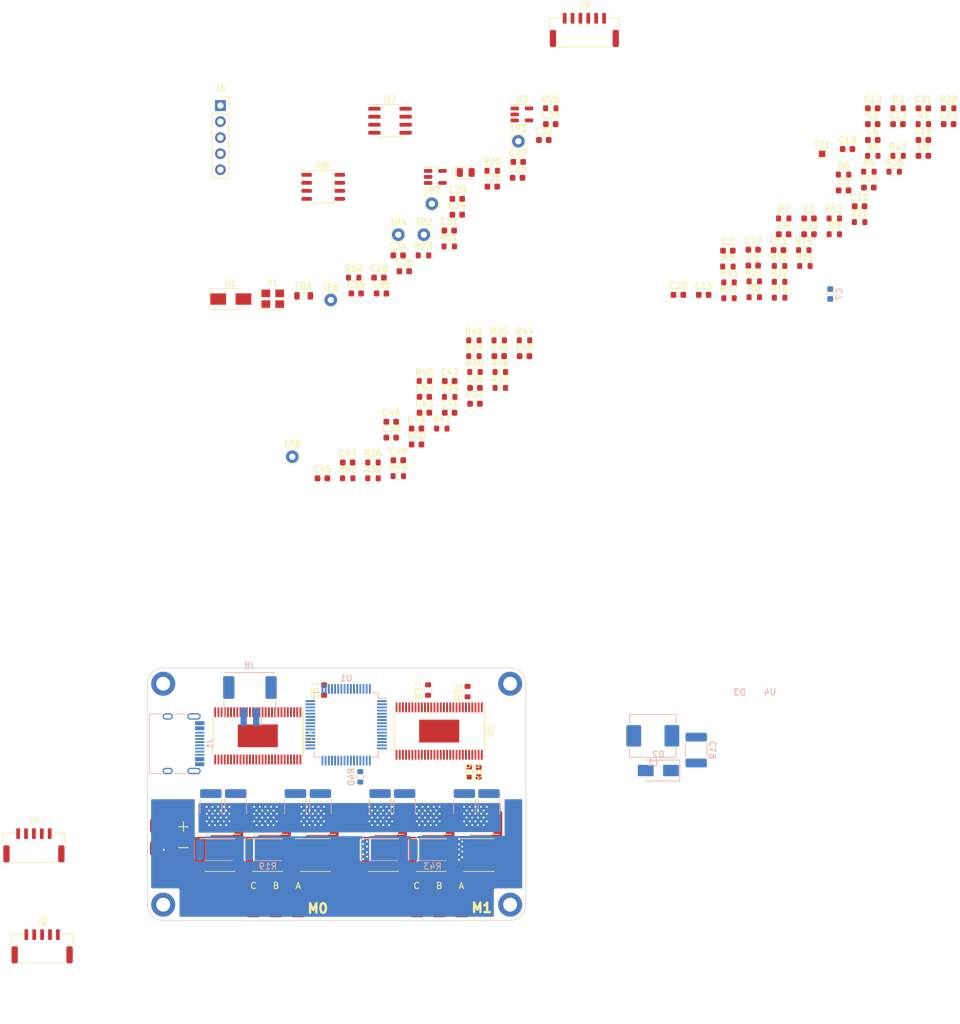
<source format=kicad_pcb>
(kicad_pcb (version 20211014) (generator pcbnew)
  (title_block (title "FOC") (comment 1 "设计规则：最小线宽/线隙 = 0.157/0.14") (comment 2 "最小孔径 = 0.508/0.31"))
  (layers (0 "F.Cu" signal) (1 "In1.Cu" mixed) (2 "In2.Cu" mixed) (31 "B.Cu" signal) (34 "B.Paste" user) (35 "F.Paste" user) (36 "B.SilkS" user "B.Silkscreen") (37 "F.SilkS" user "F.Silkscreen") (38 "B.Mask" user) (39 "F.Mask" user) (44 "Edge.Cuts" user))
  (net 0 "")
  (net 1 "Net-(C1-Pad1)")
  (net 2 "GND")
  (net 3 "/controller/SP1")
  (net 4 "/controller/SN1")
  (net 5 "/controller/SP2")
  (net 6 "/controller/SN2")
  (net 7 "Net-(C4-Pad2)")
  (net 8 "Net-(C5-Pad2)")
  (net 9 "Net-(C6-Pad2)")
  (net 10 "Net-(C7-Pad1)")
  (net 11 "/controller/SW_BST")
  (net 12 "Net-(C8-Pad1)")
  (net 13 "Net-(C8-Pad2)")
  (net 14 "M1_SO2")
  (net 15 "Net-(C10-Pad1)")
  (net 16 "Net-(C11-Pad1)")
  (net 17 "/controller/M1_SH_C")
  (net 18 "M1_SO1")
  (net 19 "GND1")
  (net 20 "VDC")
  (net 21 "Net-(C15-Pad1)")
  (net 22 "Net-(C17-Pad1)")
  (net 23 "/controller/M1_SH_B")
  (net 24 "Net-(C18-Pad1)")
  (net 25 "/controller/M1_SH_A")
  (net 26 "+5V")
  (net 27 "M1_TEMP")
  (net 28 "M1_ENC_Z")
  (net 29 "M1_ENC_B")
  (net 30 "M1_ENC_A")
  (net 31 "Net-(C24-Pad1)")
  (net 32 "Net-(C25-Pad1)")
  (net 33 "Net-(C26-Pad1)")
  (net 34 "Net-(C27-Pad1)")
  (net 35 "/MCU/nrst")
  (net 36 "/MCU/VBUS_S")
  (net 37 "+3.3VA")
  (net 38 "Net-(C34-Pad1)")
  (net 39 "+3V3")
  (net 40 "/motor2/SP1")
  (net 41 "/motor2/SN1")
  (net 42 "/motor2/SP2")
  (net 43 "/motor2/SN2")
  (net 44 "Net-(C38-Pad2)")
  (net 45 "Net-(C39-Pad2)")
  (net 46 "Net-(C40-Pad2)")
  (net 47 "Net-(C41-Pad1)")
  (net 48 "Net-(C41-Pad2)")
  (net 49 "M2_SO2")
  (net 50 "Net-(C43-Pad1)")
  (net 51 "/motor2/M1_SH_C")
  (net 52 "M2_SO1")
  (net 53 "Net-(C47-Pad1)")
  (net 54 "/motor2/M1_SH_B")
  (net 55 "Net-(C48-Pad1)")
  (net 56 "/motor2/M1_SH_A")
  (net 57 "M2_TEMP")
  (net 58 "M2_ENC_Z")
  (net 59 "M2_ENC_B")
  (net 60 "M2_ENC_A")
  (net 61 "Net-(D1-Pad1)")
  (net 62 "Net-(D3-Pad2)")
  (net 64 "Net-(J1-PadA6)")
  (net 65 "Net-(J1-PadA7)")
  (net 68 "Net-(J1-PadB6)")
  (net 69 "Net-(J1-PadB7)")
  (net 71 "+3.3V")
  (net 73 "/controller/A")
  (net 74 "/controller/B")
  (net 75 "/controller/C")
  (net 77 "/motor2/C")
  (net 78 "/motor2/B")
  (net 79 "/motor2/A")
  (net 80 "/MCU/SWCLK")
  (net 81 "/MCU/SWDIO")
  (net 82 "/MCU/CAN_H")
  (net 83 "/MCU/CAN_L")
  (net 84 "Net-(Q1-Pad2)")
  (net 85 "Net-(Q2-Pad2)")
  (net 86 "Net-(Q3-Pad2)")
  (net 87 "/controller/M1_SL_B")
  (net 88 "Net-(Q4-Pad2)")
  (net 89 "Net-(Q5-Pad2)")
  (net 90 "/controller/M1_SL_C")
  (net 91 "Net-(Q6-Pad2)")
  (net 92 "Net-(Q7-Pad2)")
  (net 93 "Net-(Q8-Pad2)")
  (net 94 "Net-(Q9-Pad2)")
  (net 95 "/motor2/M2_SL_B")
  (net 96 "Net-(Q10-Pad2)")
  (net 97 "Net-(Q11-Pad2)")
  (net 98 "/motor2/M2_SL_C")
  (net 99 "Net-(Q12-Pad2)")
  (net 100 "Net-(R1-Pad1)")
  (net 101 "Net-(R3-Pad2)")
  (net 102 "Net-(R4-Pad1)")
  (net 103 "Net-(R9-Pad1)")
  (net 104 "Net-(R10-Pad1)")
  (net 105 "/controller/M1_GH_A")
  (net 106 "/controller/M1_GL_A")
  (net 107 "/controller/M1_GH_B")
  (net 108 "/controller/M1_GL_B")
  (net 109 "/controller/M1_GH_C")
  (net 110 "/controller/M1_GL_C")
  (net 111 "Net-(R29-Pad1)")
  (net 112 "Net-(R34-Pad1)")
  (net 113 "Net-(R35-Pad1)")
  (net 114 "/motor2/M2_GH_A")
  (net 115 "/motor2/M2_GL_A")
  (net 116 "/motor2/M2_GH_B")
  (net 117 "/motor2/M2_GL_B")
  (net 118 "/motor2/M2_GH_C")
  (net 119 "/motor2/M2_GL_C")
  (net 120 "/MCU/USB_DM")
  (net 121 "/MCU/USB_DP")
  (net 122 "M1_CS")
  (net 123 "M2_CS")
  (net 129 "M2_AL")
  (net 131 "M2_BL")
  (net 132 "M2_CL")
  (net 134 "/MCU/RXD")
  (net 135 "/MCU/TXD")
  (net 136 "EN_GATE")
  (net 137 "M1_AL")
  (net 138 "M1_BL")
  (net 139 "M1_CL")
  (net 140 "M2_AH")
  (net 141 "M2_BH")
  (net 142 "M2_CH")
  (net 143 "M1_AH")
  (net 144 "M1_BH")
  (net 145 "M1_CH")
  (net 146 "/MCU/EXSPI_CS")
  (net 147 "SPI_SCK")
  (net 148 "SPI_MISO")
  (net 149 "SPI_MOSI")
  (net 150 "nFAULT")
  (net 152 "/MCU/CAN_R")
  (net 153 "/MCU/CAN_D")
  (net 165 "/motor2/M2_SH_C")
  (net 166 "/motor2/M2_SH_B")
  (net 167 "/motor2/M2_SH_A")
  (footprint "Capacitor_SMD:C_0603_1608Metric" (layer "F.Cu") (at 173.9975 48.845)
    (fp_text reference "C13")
    (fp_text value "4.7uf")
  )
  (footprint "Capacitor_SMD:C_0603_1608Metric" (layer "F.Cu") (at 102.8475 65.705)
    (fp_text reference "C31")
    (fp_text value "1uf")
  )
  (footprint "Capacitor_SMD:C_0603_1608Metric" (layer "F.Cu") (at 95.7175 72.145)
    (fp_text reference "C26")
    (fp_text value "2.2uf")
  )
  (footprint "Package_TO_SOT_SMD:SOT-23-5" (layer "F.Cu") (at 100.6375 57.205)
    (fp_text reference "U4")
    (fp_text value "RT9193")
  )
  (footprint "Resistor_SMD:R_0603_1608Metric" (layer "F.Cu") (at 169.9975 53.865)
    (fp_text reference "R5")
    (fp_text value "2.2")
  )
  (footprint "Package_SON:VSONP-8-1EP_5x6_P1.27mm" (layer "F.Cu") (at 66.5 158.75 180)
    (fp_text reference "Q5" hide)
    (fp_text value "Q_NMOS_SGD" hide)
  )
  (footprint "Capacitor_SMD:C_0603_1608Metric" (layer "F.Cu") (at 165.9875 52.785)
    (fp_text reference "C18")
    (fp_text value "100nf")
  )
  (footprint "Resistor_SMD:R_0603_1608Metric" (layer "F.Cu") (at 110.7675 83.095)
    (fp_text reference "R35")
    (fp_text value "22")
  )
  (footprint "Capacitor_SMD:C_0603_1608Metric" (layer "F.Cu") (at 102.9175 89.545)
    (fp_text reference "C42")
    (fp_text value "2.2nf")
  )
  (footprint "Connector_Molex:Molex_CLIK-Mate_502386-0670_1x06-1MP_P1.25mm_Horizontal" (layer "F.Cu") (at 124.2675 33.925)
    (fp_text reference "J9")
    (fp_text value "SPI_conn")
  )
  (footprint "Diode_SMD:D_0805_2012Metric" (layer "F.Cu") (at 105.4575 56.5)
    (fp_text reference "D3")
    (fp_text value "LED")
  )
  (footprint "Connector_PinSocket_2.54mm:PinSocket_1x05_P2.54mm_Vertical" (layer "F.Cu") (at 66.57 45.9)
    (fp_text reference "J6")
    (fp_text value "SWD")
  )
  (footprint "Capacitor_SMD:C_0603_1608Metric" (layer "F.Cu") (at 178.0075 46.335)
    (fp_text reference "C21")
    (fp_text value "40nf")
  )
  (footprint "Capacitor_SMD:C_0603_1608Metric" (layer "F.Cu") (at 93.6475 98.505)
    (fp_text reference "C38")
    (fp_text value "2.2uf")
  )
  (footprint "Resistor_SMD:R_0603_1608Metric" (layer "F.Cu") (at 98.7575 69.635)
    (fp_text reference "R23")
    (fp_text value "10k")
  )
  (footprint "Resistor_SMD:R_0603_1608Metric" (layer "F.Cu") (at 178.0075 48.845)
    (fp_text reference "R1")
    (fp_text value "52.3k")
  )
  (footprint "Resistor_SMD:R_0603_1608Metric" (layer "F.Cu") (at 159.2275 71.315)
    (fp_text reference "R11")
    (fp_text value "86.6k")
  )
  (footprint "Capacitor_SMD:C_0603_1608Metric" (layer "F.Cu") (at 147.0275 68.895)
    (fp_text reference "C3")
    (fp_text value "2.2nf")
  )
  (footprint "Capacitor_SMD:C_0603_1608Metric" (layer "F.Cu") (at 86.7475 102.445)
    (fp_text reference "C47")
    (fp_text value "100nf")
  )
  (footprint "Capacitor_SMD:C_0603_1608Metric" (layer "F.Cu") (at 159.8875 63.785)
    (fp_text reference "C1")
    (fp_text value "6.8nf/100v")
  )
  (footprint "Capacitor_SMD:C_0603_1608Metric" (layer "F.Cu") (at 182.0175 48.845)
    (fp_text reference "C22")
    (fp_text value "40nf")
  )
  (footprint "Capacitor_SMD:C_0603_1608Metric" (layer "F.Cu") (at 83 138.5 90)
    (fp_text reference "C51")
    (fp_text value "40nf")
  )
  (footprint "MountingHole:MountingHole_2.2mm_M2_DIN965_Pad" (layer "F.Cu") (at 112.5 137.5)
    (fp_text reference "REF**" hide)
    (fp_text value "MountingHole_2.2mm_M2_DIN965_Pad" hide)
  )
  (footprint "Capacitor_SMD:C_0603_1608Metric" (layer "F.Cu") (at 169.3775 58.885)
    (fp_text reference "C14")
    (fp_text value "100nf")
  )
  (footprint "Resistor_SMD:R_0603_1608Metric" (layer "F.Cu") (at 106.9275 88.115)
    (fp_text reference "R30")
    (fp_text value "2.2")
  )
  (footprint "Package_SO:SOIC-8_3.9x4.9mm_P1.27mm" (layer "F.Cu") (at 93.4575 48.305)
    (fp_text reference "U7")
    (fp_text value "SN65HVD230")
  )
  (footprint "Capacitor_SMD:C_0603_1608Metric" (layer "F.Cu") (at 178.0175 53.865)
    (fp_text reference "C8")
    (fp_text value "22nf")
  )
  (footprint "Resistor_SMD:R_0603_1608Metric" (layer "F.Cu") (at 101.6675 97.075)
    (fp_text reference "R47")
    (fp_text value "3.3k")
  )
  (footprint "Resistor_SMD:R_0603_1608Metric" (layer "F.Cu") (at 169.3775 56.375)
    (fp_text reference "R4")
    (fp_text value "18k")
  )
  (footprint "Resistor_SMD:R_0603_1608Metric" (layer "F.Cu") (at 109.6675 56.235)
    (fp_text reference "R20")
    (fp_text value "1k")
  )
  (footprint "Capacitor_SMD:C_0603_1608Metric" (layer "F.Cu") (at 169.9875 46.335)
    (fp_text reference "C12")
    (fp_text value "2.2nf")
  )
  (footprint "Resistor_SMD:R_0603_1608Metric" (layer "F.Cu") (at 155.2175 73.825)
    (fp_text reference "R22")
    (fp_text value "2.2")
  )
  (footprint "Resistor_SMD:R_0603_1608Metric" (layer "F.Cu") (at 110.9375 88.115)
    (fp_text reference "R46")
    (fp_text value "2.2")
  )
  (footprint "Capacitor_SMD:C_0603_1608Metric" (layer "F.Cu") (at 98.9075 94.565)
    (fp_text reference "C43")
    (fp_text value "100nf")
  )
  (footprint "Resistor_SMD:R_0603_1608Metric" (layer "F.Cu") (at 155.2175 76.335)
    (fp_text reference "R16")
    (fp_text value "86.6k")
  )
  (footprint "Resistor_SMD:R_0603_1608Metric" (layer "F.Cu") (at 90.7575 102.445)
    (fp_text reference "R36")
    (fp_text value "2.2")
  )
  (footprint "Package_SON:VSONP-8-1EP_5x6_P1.27mm" (layer "F.Cu") (at 92.44 158.75 180)
    (fp_text reference "Q11" hide)
    (fp_text value "Q_NMOS_SGD" hide)
  )
  (footprint "Resistor_SMD:R_0603_1608Metric" (layer "F.Cu") (at 155.8775 63.785)
    (fp_text reference "R7")
    (fp_text value "2.2")
  )
  (footprint "Resistor_SMD:R_0603_1608Metric" (layer "F.Cu") (at 106.7575 85.605)
    (fp_text reference "R29")
    (fp_text value "18k")
  )
  (footprint "Capacitor_SMD:C_0603_1608Metric" (layer "F.Cu") (at 104.1175 60.685)
    (fp_text reference "C29")
    (fp_text value "2.2uf")
  )
  (footprint "Resistor_SMD:R_0603_1608Metric" (layer "F.Cu") (at 147.1975 76.425)
    (fp_text reference "R27")
    (fp_text value "3.3k")
  )
  (footprint "Package_SON:VSONP-8-1EP_5x6_P1.27mm" (layer "F.Cu") (at 81.62 158.75 180)
    (fp_text reference "Q1" hide)
    (fp_text value "Q_NMOS_SGD" hide)
  )
  (footprint "Capacitor_SMD:C_0603_1608Metric" (layer "F.Cu") (at 106.9275 93.135)
    (fp_text reference "C37")
    (fp_text value "2.2nf")
  )
  (footprint "Resistor_SMD:R_0603_1608Metric" (layer "F.Cu") (at 98.9075 89.545)
    (fp_text reference "R45")
    (fp_text value "2.2")
  )
  (footprint "Capacitor_SMD:C_0603_1608Metric" (layer "F.Cu") (at 165.3675 59.345)
    (fp_text reference "C5")
    (fp_text value "2.2uf")
  )
  (footprint "Resistor_SMD:R_0603_1608Metric" (layer "F.Cu") (at 90.7575 104.955)
    (fp_text reference "R32")
    (fp_text value "2.2")
  )
  (footprint "Resistor_SMD:R_0603_1608Metric" (layer "F.Cu") (at 102.9175 92.055)
    (fp_text reference "R39")
    (fp_text value "R_Trim")
  )
  (footprint "Capacitor_SMD:C_0603_1608Metric" (layer "F.Cu") (at 113.6775 57.345)
    (fp_text reference "C25")
    (fp_text value "20pf")
  )
  (footprint "Capacitor_SMD:C_0603_1608Metric" (layer "F.Cu") (at 167.9075 61.855)
    (fp_text reference "C10")
    (fp_text value "4.7nf/50v")
  )
  (footprint "Resistor_SMD:R_0603_1608Metric" (layer "F.Cu") (at 99.5 138.5 90)
    (fp_text reference "R37")
    (fp_text value "2.2")
  )
  (footprint "Capacitor_SMD:C_0603_1608Metric" (layer "F.Cu") (at 139.1775 75.885)
    (fp_text reference "C20")
    (fp_text value "2.2uf")
  )
  (footprint "Package_SON:VSONP-8-1EP_5x6_P1.27mm" (layer "F.Cu") (at 74.06 164.635)
    (fp_text reference "Q4" hide)
    (fp_text value "Q_NMOS_SGD" hide)
  )
  (footprint "Capacitor_SMD:C_0603_1608Metric" (layer "F.Cu") (at 113.7875 54.835)
    (fp_text reference "C27")
    (fp_text value "2.2uf")
  )
  (footprint "Resistor_SMD:R_0603_1608Metric" (layer "F.Cu") (at 114.7775 83.095)
    (fp_text reference "R44")
    (fp_text value "3.3k")
  )
  (footprint "Package_SO:HTSSOP-56-1EP_6.1x14mm_P0.5mm_EP3.61x6.35mm" (layer "F.Cu") (at 101.25 145 -90)
    (fp_text reference "U5")
    (fp_text value "DRV8301DCAR")
  )
  (footprint "Capacitor_SMD:C_0603_1608Metric" (layer "F.Cu") (at 110.7675 85.605)
    (fp_text reference "C49")
    (fp_text value "2.2uf")
  )
  (footprint "Capacitor_SMD:C_0603_1608Metric" (layer "F.Cu") (at 169.9975 51.355)
    (fp_text reference "C6")
    (fp_text value "2.2uf")
  )
  (footprint "Capacitor_SMD:C_0603_1608Metric" (layer "F.Cu") (at 92.1075 75.665)
    (fp_text reference "C56")
    (fp_text value "100nf")
  )
  (footprint "Resistor_SMD:R_0603_1608Metric" (layer "F.Cu") (at 174.0075 53.865)
    (fp_text reference "R17")
    (fp_text value "2.2")
  )
  (footprint "Resistor_SMD:R_0603_1608Metric" (layer "F.Cu") (at 155.2175 71.315)
    (fp_text reference "R18")
    (fp_text value "2.2")
  )
  (footprint "Resistor_SMD:R_0603_1608Metric" (layer "F.Cu") (at 94.7675 104.605)
    (fp_text reference "R49")
    (fp_text value "3.3k")
  )
  (footprint "Resistor_SMD:R_0603_1608Metric" (layer "F.Cu") (at 163.8975 63.785)
    (fp_text reference "R12")
    (fp_text value "2.2")
  )
  (footprint "Capacitor_SMD:C_0603_1608Metric" (layer "F.Cu") (at 155.0475 68.805)
    (fp_text reference "C11")
    (fp_text value "100nf")
  )
  (footprint "Capacitor_SMD:C_0603_1608Metric" (layer "F.Cu") (at 82.7375 104.955)
    (fp_text reference "C45")
    (fp_text value "4.7uf")
  )
  (footprint "Resistor_SMD:R_0603_1608Metric" (layer "F.Cu") (at 87.6975 73.155)
    (fp_text reference "R50")
    (fp_text value "22")
  )
  (footprint "Resistor_SMD:R_0603_1608Metric" (layer "F.Cu") (at 163.8975 66.295)
    (fp_text reference "R9")
    (fp_text value "22")
  )
  (footprint "USER:XT30U-M" (layer "F.Cu") (at 57.4 162 180)
    (fp_text reference "J7" hide)
    (fp_text value "inp")
  )
  (footprint "Capacitor_SMD:C_0603_1608Metric" (layer "F.Cu") (at 88.0975 75.665)
    (fp_text reference "C35")
    (fp_text value "10uf")
  )
  (footprint "Capacitor_SMD:C_0603_1608Metric" (layer "F.Cu") (at 114.7775 85.605)
    (fp_text reference "C46")
    (fp_text value "100nf")
  )
  (footprint "Capacitor_SMD:C_0603_1608Metric" (layer "F.Cu") (at 94.7475 69.635)
    (fp_text reference "C34")
    (fp_text value "22nf")
  )
  (footprint "TestPoint:TestPoint_Pad_1.0x1.0mm" (layer "F.Cu") (at 161.9575 53.555)
    (fp_text reference "TP1")
    (fp_text value "GVDD1")
  )
  (footprint "Package_SON:VSONP-8-1EP_5x6_P1.27mm" (layer "F.Cu") (at 107.56 158.75 180)
    (fp_text reference "Q7" hide)
    (fp_text value "Q_NMOS_SGD" hide)
  )
  (footprint "MountingHole:MountingHole_2.2mm_M2_DIN965_Pad" (layer "F.Cu") (at 57.5 137.5)
    (fp_text reference "REF**" hide)
    (fp_text value "MountingHole_2.2mm_M2_DIN965_Pad" hide)
  )
  (footprint "Resistor_SMD:R_0603_1608Metric" (layer "F.Cu") (at 151.2075 73.755)
    (fp_text reference "R21")
    (fp_text value "2.2")
  )
  (footprint "Resistor_SMD:R_0603_1608Metric" (layer "F.Cu") (at 147.1975 73.915)
    (fp_text reference "R13")
    (fp_text value "2.2")
  )
  (footprint "Resistor_SMD:R_0603_1608Metric" (layer "F.Cu") (at 102.8475 68.215)
    (fp_text reference "R51")
    (fp_text value "22")
  )
  (footprint "Capacitor_SMD:C_0603_1608Metric" (layer "F.Cu") (at 155.8775 66.295)
    (fp_text reference "C4")
    (fp_text value "2.2uf")
  )
  (footprint "Capacitor_SMD:C_0603_1608Metric" (layer "F.Cu") (at 117.8375 51.355)
    (fp_text reference "C32")
    (fp_text value "100nf")
  )
  (footprint "TestPoint:TestPoint_THTPad_D2.0mm_Drill1.0mm" (layer "F.Cu") (at 98.8175 66.355)
    (fp_text reference "TP2")
    (fp_text value "TP")
  )
  (footprint "Resistor_SMD:R_0603_1608Metric" (layer "F.Cu") (at 105.75 138.75 90)
    (fp_text reference "R31")
    (fp_text value "2.2")
  )
  (footprint "Package_SO:SOP-8_3.9x4.9mm_P1.27mm" (layer "F.Cu") (at 82.8675 58.775)
    (fp_text reference "U6")
    (fp_text value "CH340N")
  )
  (footprint "Resistor_SMD:R_0603_1608Metric" (layer "F.Cu") (at 151.2075 76.265)
    (fp_text reference "R8")
    (fp_text value "2.2")
  )
  (footprint "TestPoint:TestPoint_THTPad_D2.0mm_Drill1.0mm" (layer "F.Cu") (at 94.7675 66.355)
    (fp_text reference "TP4")
    (fp_text value "TP")
  )
  (footprint "Capacitor_SMD:C_0603_1608Metric" (layer "F.Cu") (at 94.7675 102.095)
    (fp_text reference "C40")
    (fp_text value "2.2uf")
  )
  (footprint "Capacitor_SMD:C_0603_1608Metric" (layer "F.Cu") (at 106.9275 90.625)
    (fp_text reference "C36")
    (fp_text value "2.2nf")
  )
  (footprint "Capacitor_SMD:C_0603_1608Metric" (layer "F.Cu") (at 109.6675 58.745)
    (fp_text reference "C30")
    (fp_text value "10uf")
  )
  (footprint "Diode_SMD:D_SMA" (layer "F.Cu") (at 68.2175 76.555)
    (fp_text reference "D1")
    (fp_text value "ss34")
  )
  (footprint "TestPoint:TestPoint_THTPad_D2.0mm_Drill1.0mm" (layer "F.Cu") (at 100.0875 61.455)
    (fp_text reference "TP7")
    (fp_text value "TP")
  )
  (footprint "TestPoint:TestPoint_THTPad_D2.0mm_Drill1.0mm" (layer "F.Cu") (at 84.0675 76.695)
    (fp_text reference "TP6")
    (fp_text value "TP")
  )
  (footprint "Resistor_SMD:R_0603_1608Metric" (layer "F.Cu") (at 147.0275 71.405)
    (fp_text reference "R3")
    (fp_text value "365k")
  )
  (footprint "Capacitor_SMD:C_0603_1608Metric" (layer "F.Cu") (at 107.5 151.5 90)
    (fp_text reference "C39")
    (fp_text value "2.2uf")
  )
  (footprint "TestPoint:TestPoint_THTPad_D2.0mm_Drill1.0mm" (layer "F.Cu") (at 113.8075 51.555)
    (fp_text reference "TP5")
    (fp_text value "TP")
  )
  (footprint "USER:MR30-M" (layer "F.Cu") (at 74.8 172.5 -90)
    (fp_text reference "J3" hide)
    (fp_text value "Conn_01x03" hide)
  )
  (footprint "Resistor_SMD:R_0603_1608Metric" (layer "F.Cu") (at 110.9375 90.625)
    (fp_text reference "R33")
    (fp_text value "2.2")
  )
  (footprint "Resistor_SMD:R_0603_1608Metric" (layer "F.Cu") (at 173.3875 56.375)
    (fp_text reference "R26")
    (fp_text value "3.3k")
  )
  (footprint "Capacitor_SMD:C_0603_1608Metric" (layer "F.Cu") (at 102.9175 94.565)
    (fp_text reference "C41")
    (fp_text value "22nf")
  )
  (footprint "Connector_Molex:Molex_CLIK-Mate_502386-0570_1x05-1MP_P1.25mm_Horizontal" (layer "F.Cu") (at 38.3 179.1)
    (fp_text reference "J2")
    (fp_text value "hall")
  )
  (footprint "Resistor_SMD:R_0603_1608Metric" (layer "F.Cu") (at 106.7575 83.095)
    (fp_text reference "R41")
    (fp_text value "2.2")
  )
  (footprint "Resistor_SMD:R_0603_1608Metric" (layer "F.Cu") (at 118.9375 46.335)
    (fp_text reference "R25")
    (fp_text value "1k")
  )
  (footprint "TestPoint:TestPoint_THTPad_D2.0mm_Drill1.0mm" (layer "F.Cu") (at 77.9675 101.535)
    (fp_text reference "TP8")
    (fp_text value "GVDD1")
  )
  (footprint "Inductor_SMD:L_0805_2012Metric" (layer "F.Cu") (at 79.7675 76.045)
    (fp_text reference "FB1")
    (fp_text value "FerriteBead")
  )
  (footprint "Capacitor_SMD:C_0603_1608Metric" (layer "F.Cu") (at 178.0175 51.355)
    (fp_text reference "C16")
    (fp_text value "2.2uf")
  )
  (footprint "MountingHole:MountingHole_2.2mm_M2_DIN965_Pad" (layer "F.Cu") (at 112.5 172.5)
    (fp_text reference "REF**" hide)
    (fp_text value "MountingHole_2.2mm_M2_DIN965_Pad" hide)
  )
  (footprint "Capacitor_SMD:C_0603_1608Metric" (layer "F.Cu") (at 151.0375 68.735)
    (fp_text reference "C17")
    (fp_text value "100nf")
  )
  (footprint "Crystal:Crystal_SMD_3225-4Pin_3.2x2.5mm" (layer "F.Cu") (at 74.8675 76.505)
    (fp_text reference "Y1")
    (fp_text value "8M")
  )
  (footprint "Capacitor_SMD:C_0603_1608Metric" (layer "F.Cu") (at 151.0375 71.245)
    (fp_text reference "C9")
    (fp_text value "2.2nf")
  )
  (footprint "Resistor_SMD:R_0603_1608Metric" (layer "F.Cu") (at 173.9975 46.335)
    (fp_text reference "R2")
    (fp_text value "10k")
  )
  (footprint "Connector_Molex:Molex_CLIK-Mate_502386-0570_1x05-1MP_P1.25mm_Horizontal" (layer "F.Cu") (at 37 163.1)
    (fp_text reference "J4")
    (fp_text value "hall")
  )
  (footprint "Capacitor_SMD:C_0603_1608Metric" (layer "F.Cu") (at 159.8875 66.295)
    (fp_text reference "C23")
    (fp_text value "40nf")
  )
  (footprint "Capacitor_SMD:C_0603_1608Metric" (layer "F.Cu") (at 97.6575 99.585)
    (fp_text reference "C50")
    (fp_text value "40nf")
  )
  (footprint "Package_SON:VSONP-8-1EP_5x6_P1.27mm" (layer "F.Cu") (at 100 164.635)
    (fp_text reference "Q10" hide)
    (fp_text value "Q_NMOS_SGD" hide)
  )
  (footprint "Capacitor_SMD:C_0603_1608Metric" (layer "F.Cu") (at 97.6575 97.075)
    (fp_text reference "C44")
    (fp_text value "2.2nf")
  )
  (footprint "Package_SON:VSONP-8-1EP_5x6_P1.27mm" (layer "F.Cu") (at 81.62 164.635)
    (fp_text reference "Q2" hide)
    (fp_text value "Q_NMOS_SGD" hide)
  )
  (footprint "Package_SO:HTSSOP-56-1EP_6.1x14mm_P0.5mm_EP3.61x6.35mm" (layer "F.Cu") (at 72.5 145.75 -90)
    (fp_text reference "U2")
    (fp_text value "DRV8301DCAR")
  )
  (footprint "Resistor_SMD:R_0603_1608Metric" (layer "F.Cu") (at 159.0575 68.805)
    (fp_text reference "R15")
    (fp_text value "R_Trim")
  )
  (footprint "Package_SON:VSONP-8-1EP_5x6_P1.27mm" (layer "F.Cu") (at 100 158.75 180)
    (fp_text reference "Q9" hide)
    (fp_text value "Q_NMOS_SGD" hide)
  )
  (footprint "Capacitor_SMD:C_0603_1608Metric" (layer "F.Cu") (at 118.9375 48.845)
    (fp_text reference "C33")
    (fp_text value "1uf")
  )
  (footprint "Resistor_SMD:R_0603_1608Metric" (layer "F.Cu") (at 167.9075 64.365)
    (fp_text reference "R10")
    (fp_text value "22")
  )
  (footprint "Capacitor_SMD:C_0603_1608Metric" (layer "F.Cu") (at 169.9875 48.845)
    (fp_text reference "C2")
    (fp_text value "2.2nf")
  )
  (footprint "Capacitor_SMD:C_0603_1608Metric" (layer "F.Cu") (at 104.1175 63.195)
    (fp_text reference "C24")
    (fp_text value "20pf")
  )
  (footprint "Capacitor_SMD:C_0603_1608Metric" (layer "F.Cu") (at 98.9075 92.055)
    (fp_text reference "C52")
    (fp_text value "40nf")
  )
  (footprint "Capacitor_SMD:C_0603_1608Metric" (layer "F.Cu") (at 91.7075 73.155)
    (fp_text reference "C28")
    (fp_text value "100nf")
  )
  (footprint "USER:MR30-M" (layer "F.Cu") (at 100.7225 172.5 -90)
    (fp_text reference "J5" hide)
    (fp_text value "Conn_01x03" hide)
  )
  (footprint "Package_SON:VSONP-8-1EP_5x6_P1.27mm" (layer "F.Cu") (at 74.06 158.75 180)
    (fp_text reference "Q3" hide)
    (fp_text value "Q_NMOS_SGD" hide)
  )
  (footprint "Package_TO_SOT_SMD:SOT-23-5" (layer "F.Cu") (at 114.3575 47.305)
    (fp_text reference "U3")
    (fp_text value "LP5907MFX-3.3")
  )
  (footprint "MountingHole:MountingHole_2.2mm_M2_DIN965_Pad" (layer "F.Cu") (at 57.5 172.5)
    (fp_text reference "REF**" hide)
    (fp_text value "MountingHole_2.2mm_M2_DIN965_Pad" hide)
  )
  (footprint "Resistor_SMD:R_0603_1608Metric" (layer "F.Cu") (at 106 151.5 -90)
    (fp_text reference "R34")
    (fp_text value "22")
  )
  (footprint "Resistor_SMD:R_0603_1608Metric" (layer "F.Cu") (at 182.0175 46.335)
    (fp_text reference "R28")
    (fp_text value "3.3k")
  )
  (footprint "Capacitor_SMD:C_0603_1608Metric" (layer "F.Cu") (at 93.6475 95.995)
    (fp_text reference "C48")
    (fp_text value "100nf")
  )
  (footprint "Resistor_SMD:R_0603_1608Metric" (layer "F.Cu") (at 86.7475 104.955)
    (fp_text reference "R42")
    (fp_text value "2.2")
  )
  (footprint "Package_SON:VSONP-8-1EP_5x6_P1.27mm" (layer "F.Cu") (at 107.56 164.635)
    (fp_text reference "Q8" hide)
    (fp_text value "Q_NMOS_SGD" hide)
  )
  (footprint "Package_SON:VSONP-8-1EP_5x6_P1.27mm" (layer "F.Cu") (at 66.5 164.635)
    (fp_text reference "Q6" hide)
    (fp_text value "Q_NMOS_SGD" hide)
  )
  (footprint "Resistor_SMD:R_0603_1608Metric" (layer "F.Cu") (at 165.3675 56.835)
    (fp_text reference "R6")
    (fp_text value "2.2")
  )
  (footprint "Package_SON:VSONP-8-1EP_5x6_P1.27mm" (layer "F.Cu") (at 92.44 164.635)
    (fp_text reference "Q12" hide)
    (fp_text value "Q_NMOS_SGD" hide)
  )
  (footprint "Capacitor_SMD:C_0603_1608Metric" (layer "F.Cu") (at 143.1875 75.885)
    (fp_text reference "C15")
    (fp_text value "6.8pf/50v")
  )
  (footprint "Resistor_SMD:R_0603_1608Metric" (layer "B.Cu") (at 88.75 152.25 -90)
    (fp_text reference "R40")
    (fp_text value "86.6k")
  )
  (footprint "Capacitor_SMD:C_0603_1608Metric" (layer "B.Cu") (at 163.25 75.75 90)
    (fp_text reference "C7")
    (fp_text value "100nf")
  )
  (footprint "Package_QFP:LQFP-64_10x10mm_P0.5mm" (layer "B.Cu") (at 86.5 144 180)
    (fp_text reference "U1")
    (fp_text value "STM32F415RGTx")
  )
  (footprint "Connector_USB:USB_C_Receptacle_HRO_TYPE-C-31-M-12" (layer "B.Cu") (at 59.25 147 90)
    (fp_text reference "J1")
    (fp_text value "复用Typec")
  )
  (footprint "Connector_Molex:Molex_CLIK-Mate_502443-0270_1x02-1MP_P2.00mm_Vertical" (layer "B.Cu") (at 71.25 140.25 180)
    (fp_text reference "J8")
    (fp_text value "XH2.54")
  )
  (footprint "Capacitor_SMD:C_1812_4532Metric" (layer "B.Cu") (at 82.416668 156.95 90)
    (fp_text reference "C58" hide)
    (fp_text value "47uf" hide)
  )
  (footprint "Capacitor_SMD:C_1812_4532Metric" (layer "B.Cu") (at 105.25 156.95 90)
    (fp_text reference "C59" hide)
    (fp_text value "47uf" hide)
  )
  (footprint "Diode_SMD:D_SMA" (layer "B.Cu") (at 136 151.25 180)
    (fp_text reference "D2")
    (fp_text value "ss34")
  )
  (footprint "Capacitor_SMD:C_1812_4532Metric" (layer "B.Cu") (at 95.783334 156.95 90)
    (fp_text reference "C55" hide)
    (fp_text value "47uf" hide)
  )
  (footprint "Inductor_SMD:L_Abracon_ASPI-0630LR" (layer "B.Cu") (at 135.1225 145.75)
    (fp_text reference "L1")
    (fp_text value "22uH")
  )
  (footprint "Capacitor_SMD:C_1812_4532Metric" (layer "B.Cu") (at 109.15 156.95 90)
    (fp_text reference "C61" hide)
    (fp_text value "47uf" hide)
  )
  (footprint "Capacitor_SMD:C_1812_4532Metric" (layer "B.Cu") (at 91.883334 156.95 90)
    (fp_text reference "C53" hide)
    (fp_text value "47uf" hide)
  )
  (footprint "Resistor_SMD:R_2512_6332Metric" (layer "B.Cu") (at 100.2 163.8)
    (fp_text reference "R43")
    (fp_text value locked "0.0005")
  )
  (footprint "Resistor_SMD:R_2512_6332Metric" (layer "B.Cu") (at 92.5 163.8)
    (fp_text reference "R48" hide)
    (fp_text value "0.0005" hide)
  )
  (footprint "Capacitor_SMD:C_1812_4532Metric" (layer "B.Cu") (at 142 148 90)
    (fp_text reference "C19")
    (fp_text value "47uf")
  )
  (footprint "Capacitor_SMD:C_1812_4532Metric" (layer "B.Cu") (at 78.466668 156.95 90)
    (fp_text reference "C60" hide)
    (fp_text value "47uf" hide)
  )
  (footprint "Capacitor_SMD:C_1812_4532Metric" (layer "B.Cu") (at 65.05 156.95 90)
    (fp_text reference "C54" hide)
    (fp_text value "47uf" hide)
  )
  (footprint "Resistor_SMD:R_2512_6332Metric" (layer "B.Cu") (at 74.1 163.8)
    (fp_text reference "R19")
    (fp_text value "0.0005")
  )
  (footprint "Capacitor_SMD:C_1812_4532Metric" (layer "B.Cu") (at 69 156.95 90)
    (fp_text reference "C57" hide)
    (fp_text value "47uf" hide)
  )
  (footprint "Resistor_SMD:R_2512_6332Metric" (layer "B.Cu") (at 66.3 163.8)
    (fp_text reference "R24" hide)
    (fp_text value "0.0005" hide)
  )
  (gr_line locked (start 55 137.5) (end 55 172.5) (layer "Edge.Cuts") (width 0.1))
  (gr_line locked (start 112.5 135) (end 57.5 135) (layer "Edge.Cuts") (width 0.1))
  (gr_arc locked (start 115 172.5) (mid 114.267767 174.267767) (end 112.5 175) (layer "Edge.Cuts") (width 0.1))
  (gr_arc locked (start 112.5 135) (mid 114.267767 135.732233) (end 115 137.5) (layer "Edge.Cuts") (width 0.1))
  (gr_arc locked (start 57.5 175) (mid 55.732233 174.267767) (end 55 172.5) (layer "Edge.Cuts") (width 0.1))
  (gr_line locked (start 115 172.5) (end 115 137.5) (layer "Edge.Cuts") (width 0.1))
  (gr_line locked (start 57.5 175) (end 112.5 175) (layer "Edge.Cuts") (width 0.1))
  (gr_arc locked (start 55 137.5) (mid 55.732233 135.732233) (end 57.5 135) (layer "Edge.Cuts") (width 0.1))
  (gr_text "M1" (at 108 173) (layer "F.SilkS") (effects (font (size 1.5 1.5) (thickness 0.375))))
  (gr_text "B" (at 75.385714 169.5) (layer "F.SilkS") (effects (font (size 1 1))))
  (gr_text "+\n" (at 60.7 160) (layer "F.SilkS") (effects (font (size 2 2))))
  (gr_text "C" (at 97.6725 169.5) (layer "F.SilkS") (effects (font (size 1 1))))
  (gr_text "M0" (at 82 173.1) (layer "F.SilkS") (effects (font (size 1.5 1.5) (thickness 0.375))))
  (gr_text "-\n" (at 60.7 163.4) (layer "F.SilkS") (effects (font (size 1 2))))
  (gr_text "C" (at 71.8 169.5) (layer "F.SilkS") (effects (font (size 1 1))))
  (gr_text "A" (at 104.7725 169.5) (layer "F.SilkS") (effects (font (size 1 1))))
  (gr_text "B" (at 101.258214 169.5) (layer "F.SilkS") (effects (font (size 1 1))))
  (gr_text "A" (at 78.9 169.5) (layer "F.SilkS") (effects (font (size 1 1))))
  (via (at 104.4 162.925) (size 0.51) (drill 0.305) (layers "F.Cu" "B.Cu") (net 19))
  (via (at 104.9 164.1) (size 0.51) (drill 0.305) (layers "F.Cu" "B.Cu") (net 19))
  (via (at 104.4 165.4) (size 0.51) (drill 0.305) (layers "F.Cu" "B.Cu") (net 19))
  (via (at 104.4 163.75) (size 0.51) (drill 0.305) (layers "F.Cu" "B.Cu") (net 19))
  (via (at 104.9 165) (size 0.51) (drill 0.305) (layers "F.Cu" "B.Cu") (net 19))
  (via (at 104.9 163.3) (size 0.51) (drill 0.305) (layers "F.Cu" "B.Cu") (net 19))
  (via (at 104.9 162.5) (size 0.51) (drill 0.305) (layers "F.Cu" "B.Cu") (net 19))
  (via (at 104.4 164.575) (size 0.51) (drill 0.305) (layers "F.Cu" "B.Cu") (net 19))
  (via (at 104.4 162.1) (size 0.51) (drill 0.305) (layers "F.Cu" "B.Cu") (net 19))
  (via (at 57.6 163.8) (size 0.51) (drill 0.305) (layers "F.Cu" "B.Cu") (net 19))
  (via (at 71.9 158.1) (size 0.51) (drill 0.305) (layers "F.Cu" "B.Cu") (net 20))
  (via (at 68 157) (size 0.51) (drill 0.305) (layers "F.Cu" "B.Cu") (net 20))
  (via (at 81.6 157.6) (size 0.51) (drill 0.305) (layers "F.Cu" "B.Cu") (net 20))
  (via (at 91.999917 159.3) (size 0.51) (drill 0.305) (layers "F.Cu" "B.Cu") (net 20))
  (via (at 98.599917 159.3) (size 0.51) (drill 0.305) (layers "F.Cu" "B.Cu") (net 20))
  (via (at 91.1 157) (size 0.51) (drill 0.305) (layers "F.Cu" "B.Cu") (net 20))
  (via (at 99.499917 159.3) (size 0.51) (drill 0.305) (layers "F.Cu" "B.Cu") (net 20))
  (via (at 65.699917 159.9) (size 0.51) (drill 0.305) (layers "F.Cu" "B.Cu") (net 20))
  (via (at 71.899917 159.3) (size 0.51) (drill 0.305) (layers "F.Cu" "B.Cu") (net 20))
  (via (at 99 157.6) (size 0.51) (drill 0.305) (layers "F.Cu" "B.Cu") (net 20))
  (via (at 75 158.7) (size 0.51) (drill 0.305) (layers "F.Cu" "B.Cu") (net 20))
  (via (at 83 158.1) (size 0.51) (drill 0.305) (layers "F.Cu" "B.Cu") (net 20))
  (via (at 74.6 158.1) (size 0.51) (drill 0.305) (layers "F.Cu" "B.Cu") (net 20))
  (via (at 90.599917 159.9) (size 0.51) (drill 0.305) (layers "F.Cu" "B.Cu") (net 20))
  (via (at 99.9 157.6) (size 0.51) (drill 0.305) (layers "F.Cu" "B.Cu") (net 20))
  (via (at 91.499917 159.9) (size 0.51) (drill 0.305) (layers "F.Cu" "B.Cu") (net 20))
  (via (at 82.5 157.6) (size 0.51) (drill 0.305) (layers "F.Cu" "B.Cu") (net 20))
  (via (at 66.6 157.6) (size 0.51) (drill 0.305) (layers "F.Cu" "B.Cu") (net 20))
  (via (at 79.8 158.7) (size 0.51) (drill 0.305) (layers "F.Cu" "B.Cu") (net 20))
  (via (at 101.299917 159.3) (size 0.51) (drill 0.305) (layers "F.Cu" "B.Cu") (net 20))
  (via (at 91.5 157.6) (size 0.51) (drill 0.305) (layers "F.Cu" "B.Cu") (net 20))
  (via (at 73.699917 159.3) (size 0.51) (drill 0.305) (layers "F.Cu" "B.Cu") (net 20))
  (via (at 98.1 157.6) (size 0.51) (drill 0.305) (layers "F.Cu" "B.Cu") (net 20))
  (via (at 80.699917 159.9) (size 0.51) (drill 0.305) (layers "F.Cu" "B.Cu") (net 20))
  (via (at 101.3 157) (size 0.51) (drill 0.305) (layers "F.Cu" "B.Cu") (net 20))
  (via (at 90.2 157) (size 0.51) (drill 0.305) (layers "F.Cu" "B.Cu") (net 20))
  (via (at 64.4 157) (size 0.51) (drill 0.305) (layers "F.Cu" "B.Cu") (net 20))
  (via (at 98.6 157) (size 0.51) (drill 0.305) (layers "F.Cu" "B.Cu") (net 20))
  (via (at 90.2 158.1) (size 0.51) (drill 0.305) (layers "F.Cu" "B.Cu") (net 20))
  (via (at 64.799917 159.9) (size 0.51) (drill 0.305) (layers "F.Cu" "B.Cu") (net 20))
  (via (at 106.5 158.7) (size 0.51) (drill 0.305) (layers "F.Cu" "B.Cu") (net 20))
  (via (at 80.7 157.6) (size 0.51) (drill 0.305) (layers "F.Cu" "B.Cu") (net 20))
  (via (at 99.5 158.1) (size 0.51) (drill 0.305) (layers "F.Cu" "B.Cu") (net 20))
  (via (at 108.8 158.1) (size 0.51) (drill 0.305) (layers "F.Cu" "B.Cu") (net 20))
  (via (at 92.9 157) (size 0.51) (drill 0.305) (layers "F.Cu" "B.Cu") (net 20))
  (via (at 107.9 157) (size 0.51) (drill 0.305) (layers "F.Cu" "B.Cu") (net 20))
  (via (at 75 157.6) (size 0.51) (drill 0.305) (layers "F.Cu" "B.Cu") (net 20))
  (via (at 100.4 158.1) (size 0.51) (drill 0.305) (layers "F.Cu" "B.Cu") (net 20))
  (via (at 79.399917 159.3) (size 0.51) (drill 0.305) (layers "F.Cu" "B.Cu") (net 20))
  (via (at 92.399917 159.9) (size 0.51) (drill 0.305) (layers "F.Cu" "B.Cu") (net 20))
  (via (at 67.499917 159.9) (size 0.51) (drill 0.305) (layers "F.Cu" "B.Cu") (net 20))
  (via (at 66.599917 159.9) (size 0.51) (drill 0.305) (layers "F.Cu" "B.Cu") (net 20))
  (via (at 81.2 158.1) (size 0.51) (drill 0.305) (layers "F.Cu" "B.Cu") (net 20))
  (via (at 67.099917 159.3) (size 0.51) (drill 0.305) (layers "F.Cu" "B.Cu") (net 20))
  (via (at 106.099917 159.3) (size 0.51) (drill 0.305) (layers "F.Cu" "B.Cu") (net 20))
  (via (at 97.699917 159.3) (size 0.51) (drill 0.305) (layers "F.Cu" "B.Cu") (net 20))
  (via (at 91.1 158.1) (size 0.51) (drill 0.305) (layers "F.Cu" "B.Cu") (net 20))
  (via (at 64.4 158.1) (size 0.51) (drill 0.305) (layers "F.Cu" "B.Cu") (net 20))
  (via (at 79.4 157) (size 0.51) (drill 0.305) (layers "F.Cu" "B.Cu") (net 20))
  (via (at 106.499917 159.9) (size 0.51) (drill 0.305) (layers "F.Cu" "B.Cu") (net 20))
  (via (at 82.1 157) (size 0.51) (drill 0.305) (layers "F.Cu" "B.Cu") (net 20))
  (via (at 65.7 157.6) (size 0.51) (drill 0.305) (layers "F.Cu" "B.Cu") (net 20))
  (via (at 65.3 158.1) (size 0.51) (drill 0.305) (layers "F.Cu" "B.Cu") (net 20))
  (via (at 66.2 157) (size 0.51) (drill 0.305) (layers "F.Cu" "B.Cu") (net 20))
  (via (at 106.5 157.6) (size 0.51) (drill 0.305) (layers "F.Cu" "B.Cu") (net 20))
  (via (at 67.5 158.7) (size 0.51) (drill 0.305) (layers "F.Cu" "B.Cu") (net 20))
  (via (at 82.099917 159.3) (size 0.51) (drill 0.305) (layers "F.Cu" "B.Cu") (net 20))
  (via (at 79.799917 159.9) (size 0.51) (drill 0.305) (layers "F.Cu" "B.Cu") (net 20))
  (via (at 107 158.1) (size 0.51) (drill 0.305) (layers "F.Cu" "B.Cu") (net 20))
  (via (at 98.1 158.7) (size 0.51) (drill 0.305) (layers "F.Cu" "B.Cu") (net 20))
  (via (at 71.9 157) (size 0.51) (drill 0.305) (layers "F.Cu" "B.Cu") (net 20))
  (via (at 80.299917 159.3) (size 0.51) (drill 0.305) (layers "F.Cu" "B.Cu") (net 20))
  (via (at 99.899917 159.9) (size 0.51) (drill 0.305) (layers "F.Cu" "B.Cu") (net 20))
  (via (at 64.399917 159.3) (size 0.51) (drill 0.305) (layers "F.Cu" "B.Cu") (net 20))
  (via (at 97.7 157) (size 0.51) (drill 0.305) (layers "F.Cu" "B.Cu") (net 20))
  (via (at 98.999917 159.9) (size 0.51) (drill 0.305) (layers "F.Cu" "B.Cu") (net 20))
  (via (at 66.2 158.1) (size 0.51) (drill 0.305) (layers "F.Cu" "B.Cu") (net 20))
  (via (at 80.3 158.1) (size 0.51) (drill 0.305) (layers "F.Cu" "B.Cu") (net 20))
  (via (at 90.6 158.7) (size 0.51) (drill 0.305) (layers "F.Cu" "B.Cu") (net 20))
  (via (at 82.5 158.7) (size 0.51) (drill 0.305) (layers "F.Cu" "B.Cu") (net 20))
  (via (at 92.9 158.1) (size 0.51) (drill 0.305) (layers "F.Cu" "B.Cu") (net 20))
  (via (at 80.3 157) (size 0.51) (drill 0.305) (layers "F.Cu" "B.Cu") (net 20))
  (via (at 108.3 158.7) (size 0.51) (drill 0.305) (layers "F.Cu" "B.Cu") (net 20))
  (via (at 108.3 157.6) (size 0.51) (drill 0.305) (layers "F.Cu" "B.Cu") (net 20))
  (via (at 73.2 157.6) (size 0.51) (drill 0.305) (layers "F.Cu" "B.Cu") (net 20))
  (via (at 68 158.1) (size 0.51) (drill 0.305) (layers "F.Cu" "B.Cu") (net 20))
  (via (at 64.8 157.6) (size 0.51) (drill 0.305) (layers "F.Cu" "B.Cu") (net 20))
  (via (at 99.5 157) (size 0.51) (drill 0.305) (layers "F.Cu" "B.Cu") (net 20))
  (via (at 107 157) (size 0.51) (drill 0.305) (layers "F.Cu" "B.Cu") (net 20))
  (via (at 108.799917 159.3) (size 0.51) (drill 0.305) (layers "F.Cu" "B.Cu") (net 20))
  (via (at 105.2 157) (size 0.51) (drill 0.305) (layers "F.Cu" "B.Cu") (net 20))
  (via (at 72.799917 159.3) (size 0.51) (drill 0.305) (layers "F.Cu" "B.Cu") (net 20))
  (via (at 93.3 158.7) (size 0.51) (drill 0.305) (layers "F.Cu" "B.Cu") (net 20))
  (via (at 81.6 158.7) (size 0.51) (drill 0.305) (layers "F.Cu" "B.Cu") (net 20))
  (via (at 100.4 157) (size 0.51) (drill 0.305) (layers "F.Cu" "B.Cu") (net 20))
  (via (at 73.7 158.1) (size 0.51) (drill 0.305) (layers "F.Cu" "B.Cu") (net 20))
  (via (at 100.8 157.6) (size 0.51) (drill 0.305) (layers "F.Cu" "B.Cu") (net 20))
  (via (at 65.299917 159.3) (size 0.51) (drill 0.305) (layers "F.Cu" "B.Cu") (net 20))
  (via (at 107.4 158.7) (size 0.51) (drill 0.305) (layers "F.Cu" "B.Cu") (net 20))
  (via (at 75.5 158.1) (size 0.51) (drill 0.305) (layers "F.Cu" "B.Cu") (net 20))
  (via (at 81.599917 159.9) (size 0.51) (drill 0.305) (layers "F.Cu" "B.Cu") (net 20))
  (via (at 100.399917 159.3) (size 0.51) (drill 0.305) (layers "F.Cu" "B.Cu") (net 20))
  (via (at 65.7 158.7) (size 0.51) (drill 0.305) (layers "F.Cu" "B.Cu") (net 20))
  (via (at 92.899917 159.3) (size 0.51) (drill 0.305) (layers "F.Cu" "B.Cu") (net 20))
  (via (at 101.3 158.1) (size 0.51) (drill 0.305) (layers "F.Cu" "B.Cu") (net 20))
  (via (at 74.1 158.7) (size 0.51) (drill 0.305) (layers "F.Cu" "B.Cu") (net 20))
  (via (at 73.199917 159.9) (size 0.51) (drill 0.305) (layers "F.Cu" "B.Cu") (net 20))
  (via (at 67.5 157.6) (size 0.51) (drill 0.305) (layers "F.Cu" "B.Cu") (net 20))
  (via (at 108.8 157) (size 0.51) (drill 0.305) (layers "F.Cu" "B.Cu") (net 20))
  (via (at 67.1 157) (size 0.51) (drill 0.305) (layers "F.Cu" "B.Cu") (net 20))
  (via (at 106.999917 159.3) (size 0.51) (drill 0.305) (layers "F.Cu" "B.Cu") (net 20))
  (via (at 99.9 158.7) (size 0.51) (drill 0.305) (layers "F.Cu" "B.Cu") (net 20))
  (via (at 93.8 157) (size 0.51) (drill 0.305) (layers "F.Cu" "B.Cu") (net 20))
  (via (at 75.499917 159.3) (size 0.51) (drill 0.305) (layers "F.Cu" "B.Cu") (net 20))
  (via (at 99 158.7) (size 0.51) (drill 0.305) (layers "F.Cu" "B.Cu") (net 20))
  (via (at 73.7 157) (size 0.51) (drill 0.305) (layers "F.Cu" "B.Cu") (net 20))
  (via (at 105.6 158.7) (size 0.51) (drill 0.305) (layers "F.Cu" "B.Cu") (net 20))
  (via (at 93.3 157.6) (size 0.51) (drill 0.305) (layers "F.Cu" "B.Cu") (net 20))
  (via (at 82.499917 159.9) (size 0.51) (drill 0.305) (layers "F.Cu" "B.Cu") (net 20))
  (via (at 92 157) (size 0.51) (drill 0.305) (layers "F.Cu" "B.Cu") (net 20))
  (via (at 98.099917 159.9) (size 0.51) (drill 0.305) (layers "F.Cu" "B.Cu") (net 20))
  (via (at 67.999917 159.3) (size 0.51) (drill 0.305) (layers "F.Cu" "B.Cu") (net 20))
  (via (at 100.799917 159.9) (size 0.51) (drill 0.305) (layers "F.Cu" "B.Cu") (net 20))
  (via (at 91.099917 159.3) (size 0.51) (drill 0.305) (layers "F.Cu" "B.Cu") (net 20))
  (via (at 106.1 158.1) (size 0.51) (drill 0.305) (layers "F.Cu" "B.Cu") (net 20))
  (via (at 74.6 157) (size 0.51) (drill 0.305) (layers "F.Cu" "B.Cu") (net 20))
  (via (at 93.799917 159.3) (size 0.51) (drill 0.305) (layers "F.Cu" "B.Cu") (net 20))
  (via (at 106.1 157) (size 0.51) (drill 0.305) (layers "F.Cu" "B.Cu") (net 20))
  (via (at 72.299917 159.9) (size 0.51) (drill 0.305) (layers "F.Cu" "B.Cu") (net 20))
  (via (at 66.199917 159.3) (size 0.51) (drill 0.305) (layers "F.Cu" "B.Cu") (net 20))
  (via (at 92.4 157.6) (size 0.51) (drill 0.305) (layers "F.Cu" "B.Cu") (net 20))
  (via (at 74.999917 159.9) (size 0.51) (drill 0.305) (layers "F.Cu" "B.Cu") (net 20))
  (via (at 105.199917 159.3) (size 0.51) (drill 0.305) (layers "F.Cu" "B.Cu") (net 20))
  (via (at 97.7 158.1) (size 0.51) (drill 0.305) (layers "F.Cu" "B.Cu") (net 20))
  (via (at 80.7 158.7) (size 0.51) (drill 0.305) (layers "F.Cu" "B.Cu") (net 20))
  (via (at 105.599917 159.9) (size 0.51) (drill 0.305) (layers "F.Cu" "B.Cu") (net 20))
  (via (at 72.3 158.7) (size 0.51) (drill 0.305) (layers "F.Cu" "B.Cu") (net 20))
  (via (at 92 158.1) (size 0.51) (drill 0.305) (layers "F.Cu" "B.Cu") (net 20))
  (via (at 79.4 158.1) (size 0.51) (drill 0.305) (layers "F.Cu" "B.Cu") (net 20))
  (via (at 92.4 158.7) (size 0.51) (drill 0.305) (layers "F.Cu" "B.Cu") (net 20))
  (via (at 82.1 158.1) (size 0.51) (drill 0.305) (layers "F.Cu" "B.Cu") (net 20))
  (via (at 105.6 157.6) (size 0.51) (drill 0.305) (layers "F.Cu" "B.Cu") (net 20))
  (via (at 82.999917 159.3) (size 0.51) (drill 0.305) (layers "F.Cu" "B.Cu") (net 20))
  (via (at 108.299917 159.9) (size 0.51) (drill 0.305) (layers "F.Cu" "B.Cu") (net 20))
  (via (at 72.3 157.6) (size 0.51) (drill 0.305) (layers "F.Cu" "B.Cu") (net 20))
  (via (at 83 157) (size 0.51) (drill 0.305) (layers "F.Cu" "B.Cu") (net 20))
  (via (at 73.2 158.7) (size 0.51) (drill 0.305) (layers "F.Cu" "B.Cu") (net 20))
  (via (at 66.6 158.7) (size 0.51) (drill 0.305) (layers "F.Cu" "B.Cu") (net 20))
  (via (at 100.8 158.7) (size 0.51) (drill 0.305) (layers "F.Cu" "B.Cu") (net 20))
  (via (at 74.1 157.6) (size 0.51) (drill 0.305) (layers "F.Cu" "B.Cu") (net 20))
  (via (at 91.5 158.7) (size 0.51) (drill 0.305) (layers "F.Cu" "B.Cu") (net 20))
  (via (at 107.4 157.6) (size 0.51) (drill 0.305) (layers "F.Cu" "B.Cu") (net 20))
  (via (at 64.8 158.7) (size 0.51) (drill 0.305) (layers "F.Cu" "B.Cu") (net 20))
  (via (at 72.8 158.1) (size 0.51) (drill 0.305) (layers "F.Cu" "B.Cu") (net 20))
  (via (at 93.8 158.1) (size 0.51) (drill 0.305) (layers "F.Cu" "B.Cu") (net 20))
  (via (at 74.599917 159.3) (size 0.51) (drill 0.305) (layers "F.Cu" "B.Cu") (net 20))
  (via (at 107.899917 159.3) (size 0.51) (drill 0.305) (layers "F.Cu" "B.Cu") (net 20))
  (via (at 90.6 157.6) (size 0.51) (drill 0.305) (layers "F.Cu" "B.Cu") (net 20))
  (via (at 74.099917 159.9) (size 0.51) (drill 0.305) (layers "F.Cu" "B.Cu") (net 20))
  (via (at 79.8 157.6) (size 0.51) (drill 0.305) (layers "F.Cu" "B.Cu") (net 20))
  (via (at 75.5 157) (size 0.51) (drill 0.305) (layers "F.Cu" "B.Cu") (net 20))
  (via (at 107.9 158.1) (size 0.51) (drill 0.305) (layers "F.Cu" "B.Cu") (net 20))
  (via (at 107.399917 159.9) (size 0.51) (drill 0.305) (layers "F.Cu" "B.Cu") (net 20))
  (via (at 81.2 157) (size 0.51) (drill 0.305) (layers "F.Cu" "B.Cu") (net 20))
  (via (at 93.299917 159.9) (size 0.51) (drill 0.305) (layers "F.Cu" "B.Cu") (net 20))
  (via (at 105.2 158.1) (size 0.51) (drill 0.305) (layers "F.Cu" "B.Cu") (net 20))
  (via (at 72.8 157) (size 0.51) (drill 0.305) (layers "F.Cu" "B.Cu") (net 20))
  (via (at 81.199917 159.3) (size 0.51) (drill 0.305) (layers "F.Cu" "B.Cu") (net 20))
  (via (at 67.1 158.1) (size 0.51) (drill 0.305) (layers "F.Cu" "B.Cu") (net 20))
  (via (at 90.199917 159.3) (size 0.51) (drill 0.305) (layers "F.Cu" "B.Cu") (net 20))
  (via (at 65.3 157) (size 0.51) (drill 0.305) (layers "F.Cu" "B.Cu") (net 20))
  (via (at 98.6 158.1) (size 0.51) (drill 0.305) (layers "F.Cu" "B.Cu") (net 20))
  (via (at 89.2 162.9) (size 0.51) (drill 0.305) (layers "F.Cu" "B.Cu") (net 98))
  (via (at 89.2 162.1) (size 0.51) (drill 0.305) (layers "F.Cu" "B.Cu") (net 98))
  (via (at 89.2 165.3) (size 0.51) (drill 0.305) (layers "F.Cu" "B.Cu") (net 98))
  (via (at 89.8 163.3) (size 0.51) (drill 0.305) (layers "F.Cu" "B.Cu") (net 98))
  (via (at 89.2 164.5) (size 0.51) (drill 0.305) (layers "F.Cu" "B.Cu") (net 98))
  (via (at 89.8 164.9) (size 0.51) (drill 0.305) (layers "F.Cu" "B.Cu") (net 98))
  (via (at 89.8 162.5) (size 0.51) (drill 0.305) (layers "F.Cu" "B.Cu") (net 98))
  (via (at 89.2 163.7) (size 0.51) (drill 0.305) (layers "F.Cu" "B.Cu") (net 98))
  (via (at 89.8 164.2) (size 0.51) (drill 0.305) (layers "F.Cu" "B.Cu") (net 98))
  (zone locked (net 74) (net_name "/controller/B") (layer "F.Cu") (connect_pads yes (clearance 0.508)) (min_thickness 0.254) (fill yes (thermal_gap 0.508) (thermal_bridge_width 0.508))
    (polygon (pts (xy 77.75 167.05) (xy 76.7 168.2) (xy 76.7 171.3) (xy 74 171.3) (xy 74 168) (xy 72.2 166.9) (xy 72.2 165.7) (xy 77.75 165.8)))
  )
  (zone (net 19) (net_name "GND1") (layer "F.Cu") (connect_pads yes (clearance 0.24)) (min_thickness 0.254) (fill yes (thermal_gap 0.508) (thermal_bridge_width 0.508))
    (polygon (pts (xy 105.25 161.85) (xy 105.25 165.65) (xy 105.15 165.75) (xy 104.15 165.75) (xy 104.05 165.65) (xy 104.05 161.85) (xy 104.15 161.75) (xy 105.15 161.75)))
  )
  (zone (net 90) (net_name "/controller/M1_SL_C") (layer "F.Cu") (connect_pads yes (clearance 0.24)) (min_thickness 0.254) (fill yes (thermal_gap 0.508) (thermal_bridge_width 0.508))
    (polygon (pts (xy 64.2 161.85) (xy 64.2 165.65) (xy 64.1 165.75) (xy 63.1 165.75) (xy 62.5 165.65) (xy 62.5 161.85) (xy 63.1 161.75) (xy 64.1 161.75)))
  )
  (zone locked (net 79) (net_name "/motor2/A") (layer "F.Cu") (connect_pads yes (clearance 0.24)) (min_thickness 0.254) (fill yes (thermal_gap 0.508) (thermal_bridge_width 0.508))
    (polygon (pts (xy 111.25 157.8) (xy 111.25 166.7) (xy 110.75 167) (xy 105.65 166.9) (xy 105.65 162.1) (xy 106.15 161.5) (xy 109.55 161.5) (xy 109.85 161.2) (xy 109.85 157.7) (xy 109.95 157.6) (xy 110.95 157.6)))
  )
  (zone locked (net 73) (net_name "/controller/A") (layer "F.Cu") (connect_pads yes (clearance 0.508)) (min_thickness 0.254) (fill yes (thermal_gap 0.508) (thermal_bridge_width 0.508))
    (polygon (pts (xy 85.3 167) (xy 83 169.4) (xy 81.1 169.4) (xy 80.3 170.1) (xy 80.3 171.5) (xy 77.5 171.5) (xy 77.5 168.2) (xy 78.1 167.5) (xy 79.8 167.5) (xy 79.8 166.3) (xy 85.3 166.3)))
  )
  (zone locked (net 78) (net_name "/motor2/B") (layer "F.Cu") (connect_pads yes (clearance 0.24)) (min_thickness 0.254) (fill yes (thermal_gap 0.508) (thermal_bridge_width 0.508))
    (polygon (pts (xy 103.7 157.8) (xy 103.7 166.7) (xy 103.2 167) (xy 98.1 166.9) (xy 98.1 162.1) (xy 98.6 161.5) (xy 102 161.5) (xy 102.3 161.2) (xy 102.3 157.7) (xy 102.4 157.6) (xy 103.4 157.6)))
  )
  (zone locked (net 77) (net_name "/motor2/C") (layer "F.Cu") (connect_pads yes (clearance 0.508)) (min_thickness 0.254) (fill yes (thermal_gap 0.508) (thermal_bridge_width 0.508))
    (polygon (pts (xy 96.15 167.3) (xy 96.35 167.6) (xy 97.849977 167.6) (xy 99.149977 168.6) (xy 99.149977 171.8) (xy 96.349977 171.7) (xy 96.349977 170.2) (xy 95.349977 169.3) (xy 92.249977 169.3) (xy 90.549977 167.5) (xy 90.549977 165.9) (xy 96.15 165.9)))
  )
  (zone locked (net 77) (net_name "/motor2/C") (layer "F.Cu") (connect_pads yes (clearance 0.24)) (min_thickness 0.254) (fill yes (thermal_gap 0.508) (thermal_bridge_width 0.508))
    (polygon (pts (xy 96.15 157.8) (xy 96.15 166.7) (xy 95.65 167) (xy 90.55 166.9) (xy 90.55 162.1) (xy 91.05 161.5) (xy 94.45 161.5) (xy 94.75 161.2) (xy 94.75 157.7) (xy 94.85 157.6) (xy 95.85 157.6)))
  )
  (zone (net 95) (net_name "/motor2/M2_SL_B") (layer "F.Cu") (connect_pads yes (clearance 0.24)) (min_thickness 0.254) (fill yes (thermal_gap 0.508) (thermal_bridge_width 0.508))
    (polygon (pts (xy 97.7 161.85) (xy 97.7 165.65) (xy 97.6 165.75) (xy 96.6 165.75) (xy 96.5 165.65) (xy 96.5 161.85) (xy 96.6 161.75) (xy 97.6 161.75)))
  )
  (zone (net 98) (net_name "/motor2/M2_SL_C") (layer "F.Cu") (connect_pads yes (clearance 0.24)) (min_thickness 0.254) (fill yes (thermal_gap 0.508) (thermal_bridge_width 0.508))
    (polygon (pts (xy 90.15 161.85) (xy 90.15 165.65) (xy 90.05 165.75) (xy 89.05 165.75) (xy 88.95 165.65) (xy 88.95 161.85) (xy 89.05 161.75) (xy 90.05 161.75)))
  )
  (zone locked (net 78) (net_name "/motor2/B") (layer "F.Cu") (connect_pads yes (clearance 0.508)) (min_thickness 0.254) (fill yes (thermal_gap 0.508) (thermal_bridge_width 0.508))
    (polygon (pts (xy 103.7 167.2) (xy 102.6725 168.1) (xy 102.6725 171.3) (xy 99.9725 171.3) (xy 99.9725 168) (xy 98.1725 166.7) (xy 98.1725 165.7) (xy 103.7 165.7)))
  )
  (zone locked (net 73) (net_name "/controller/A") (layer "F.Cu") (connect_pads yes (clearance 0.24)) (min_thickness 0.254) (fill yes (thermal_gap 0.508) (thermal_bridge_width 0.508))
    (polygon (pts (xy 85.325 157.8) (xy 85.325 166.7) (xy 84.825 167) (xy 79.725 166.9) (xy 79.725 162.1) (xy 80.225 161.5) (xy 83.625 161.5) (xy 83.925 161.2) (xy 83.925 157.7) (xy 84.025 157.6) (xy 85.025 157.6)))
  )
  (zone locked (net 75) (net_name "/controller/C") (layer "F.Cu") (connect_pads yes (clearance 0.508)) (min_thickness 0.254) (fill yes (thermal_gap 0.508) (thermal_bridge_width 0.508))
    (polygon (pts (xy 70.2 167.3) (xy 70.4 167.6) (xy 71.9 167.6) (xy 73.2 168.6) (xy 73.2 171.8) (xy 70.4 171.7) (xy 70.4 170.2) (xy 69.4 169.3) (xy 66.3 169.3) (xy 64.6 167.5) (xy 64.6 165.9) (xy 70.2 165.9)))
  )
  (zone (net 87) (net_name "/controller/M1_SL_B") (layer "F.Cu") (connect_pads yes (clearance 0.24)) (min_thickness 0.254) (fill yes (thermal_gap 0.508) (thermal_bridge_width 0.508))
    (polygon (pts (xy 71.75 161.85) (xy 71.75 165.65) (xy 71.65 165.75) (xy 70.65 165.75) (xy 70.55 165.65) (xy 70.55 161.85) (xy 70.65 161.75) (xy 71.65 161.75)))
  )
  (zone (net 19) (net_name "GND1") (layer "F.Cu") (connect_pads yes (clearance 0.24)) (min_thickness 0.254) (fill yes (thermal_gap 0.508) (thermal_bridge_width 0.508))
    (polygon (pts (xy 79.3 161.85) (xy 79.3 165.65) (xy 79.2 165.75) (xy 78.2 165.75) (xy 78.1 165.65) (xy 78.1 161.85) (xy 78.2 161.75) (xy 79.2 161.75)))
  )
  (zone locked (net 79) (net_name "/motor2/A") (layer "F.Cu") (connect_pads yes (clearance 0.508)) (min_thickness 0.254) (fill yes (thermal_gap 0.508) (thermal_bridge_width 0.508))
    (polygon (pts (xy 111.25 167) (xy 109.1 169.4) (xy 107.0225 169.4) (xy 106.2225 170.1) (xy 106.2225 171.5) (xy 103.4225 171.5) (xy 103.4225 168.2) (xy 104.0225 167.5) (xy 105.7225 167.5) (xy 105.7225 166.3) (xy 111.25 166.3)))
  )
  (zone locked (net 74) (net_name "/controller/B") (layer "F.Cu") (connect_pads yes (clearance 0.24)) (min_thickness 0.254) (fill yes (thermal_gap 0.508) (thermal_bridge_width 0.508))
    (polygon (pts (xy 77.75 157.8) (xy 77.75 166.7) (xy 77.25 167) (xy 72.15 166.9) (xy 72.15 162.1) (xy 72.65 161.5) (xy 76.05 161.5) (xy 76.35 161.2) (xy 76.35 157.7) (xy 76.45 157.6) (xy 77.45 157.6)))
  )
  (zone locked (net 75) (net_name "/controller/C") (layer "F.Cu") (connect_pads yes (clearance 0.24)) (min_thickness 0.254) (fill yes (thermal_gap 0.508) (thermal_bridge_width 0.508))
    (polygon (pts (xy 70.2 157.8) (xy 70.2 166.7) (xy 69.7 167) (xy 64.6 166.9) (xy 64.6 162.1) (xy 65.1 161.5) (xy 68.5 161.5) (xy 68.8 161.2) (xy 68.8 157.7) (xy 68.9 157.6) (xy 69.9 157.6)))
  )
  (zone (net 20) (net_name "VDC") (layer "B.Cu") (priority 1) (connect_pads yes (clearance 0.24)) (min_thickness 0.3) (fill yes (thermal_gap 0.508) (thermal_bridge_width 0.508))
    (polygon (pts (xy 111 161) (xy 63.1 161.1) (xy 63.1 156.4) (xy 111 156.4)))
  )
  (zone (net 19) (net_name "GND1") (layer "B.Cu") (connect_pads yes (clearance 0.257)) (min_thickness 0.3) (fill yes (thermal_gap 0.508) (thermal_bridge_width 0.508) (smoothing chamfer))
    (polygon (pts (xy 114.8 170) (xy 110 170) (xy 110 174.6) (xy 60 174.6) (xy 60 170) (xy 55.2 170) (xy 55.2 155.8) (xy 62.5 155.8) (xy 62.500204 161.7) (xy 111.625198 161.599995) (xy 111.624994 155.799995) (xy 114.8 155.8)))
  )
)
</source>
